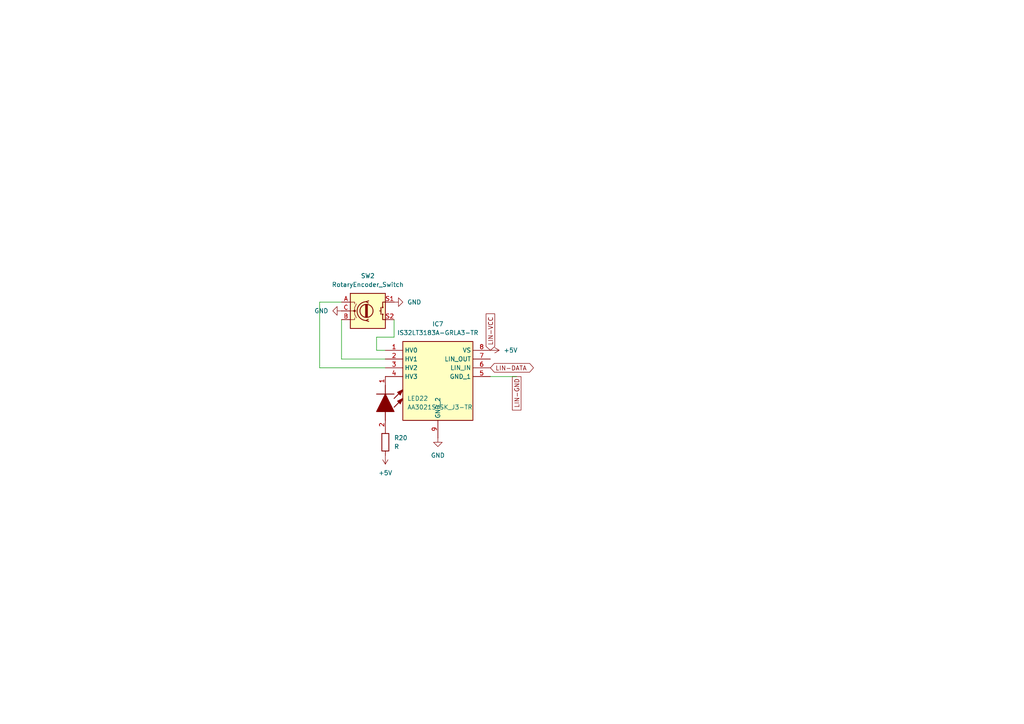
<source format=kicad_sch>
(kicad_sch (version 20250114) (generator "eeschema") (generator_version "9.0")
  (paper "A4")
  (lib_symbols
    (symbol "Device:R" (pin_numbers (hide yes)) (pin_names (offset 0))
      (property "Reference" "R" (at 2.032 0 90))
      (property "Value" "R" (at 0 0 90))
      (symbol "R_0_1"
        (rectangle (start -1.016 -2.54) (end 1.016 2.54) (stroke (width 0.254)))
      )
      (symbol "R_1_1"
        (pin passive line (at 0 3.81 270) (length 1.27) (name "~") (number "1"))
        (pin passive line (at 0 -3.81 90) (length 1.27) (name "~") (number "2"))
      )
    )
    (symbol "Device:RotaryEncoder_Switch" (pin_names (offset 0.254) (hide yes))
      (property "Reference" "SW" (at 0 6.604 0))
      (property "Value" "RotaryEncoder_Switch" (at 0 -6.604 0))
      (symbol "RotaryEncoder_Switch_0_1"
        (rectangle (start -5.08 5.08) (end 5.08 -5.08) (stroke (width 0.254)) (fill (type background)))
        (polyline (pts (xy -5.08 2.54) (xy -3.81 2.54) (xy -3.81 2.032)))
        (polyline (pts (xy -5.08 0) (xy -3.81 0) (xy -3.81 -1.016) (xy -3.302 -2.032)))
        (polyline (pts (xy -5.08 -2.54) (xy -3.81 -2.54) (xy -3.81 -2.032)))
        (polyline (pts (xy -4.318 0) (xy -3.81 0) (xy -3.81 1.016) (xy -3.302 2.032)))
        (circle (center -3.81 0) (radius 0.254) (fill (type outline)))
        (polyline (pts (xy -0.635 -1.778) (xy -0.635 1.778)) (stroke (width 0.254)))
        (circle (center -0.381 0) (radius 1.905) (stroke (width 0.254)))
        (polyline (pts (xy -0.381 -1.778) (xy -0.381 1.778)) (stroke (width 0.254)))
        (arc (start -0.381 -2.794) (mid -3.0988 -0.0635) (end -0.381 2.667) (stroke (width 0.254)))
        (polyline (pts (xy -0.127 1.778) (xy -0.127 -1.778)) (stroke (width 0.254)))
        (polyline (pts (xy 0.254 2.921) (xy -0.508 2.667) (xy 0.127 2.286)) (stroke (width 0.254)))
        (polyline (pts (xy 0.254 -3.048) (xy -0.508 -2.794) (xy 0.127 -2.413)) (stroke (width 0.254)))
        (polyline (pts (xy 3.81 1.016) (xy 3.81 -1.016)) (stroke (width 0.254)))
        (polyline (pts (xy 3.81 0) (xy 3.429 0)) (stroke (width 0.254)))
        (circle (center 4.318 1.016) (radius 0.127) (stroke (width 0.254)))
        (circle (center 4.318 -1.016) (radius 0.127) (stroke (width 0.254)))
        (polyline (pts (xy 5.08 2.54) (xy 4.318 2.54) (xy 4.318 1.016)) (stroke (width 0.254)))
        (polyline (pts (xy 5.08 -2.54) (xy 4.318 -2.54) (xy 4.318 -1.016)) (stroke (width 0.254)))
      )
      (symbol "RotaryEncoder_Switch_1_1"
        (pin passive line (at -7.62 2.54 0) (length 2.54) (name "A") (number "A"))
        (pin passive line (at -7.62 0 0) (length 2.54) (name "C") (number "C"))
        (pin passive line (at -7.62 -2.54 0) (length 2.54) (name "B") (number "B"))
        (pin passive line (at 7.62 2.54 180) (length 2.54) (name "S1") (number "S1"))
        (pin passive line (at 7.62 -2.54 180) (length 2.54) (name "S2") (number "S2"))
      )
    )
    (symbol "SamacSys_Parts:AA3021SYSK_J3-TR" (pin_names (hide yes))
      (property "Reference" "LED" (at 12.7 8.89 0))
      (property "Value" "AA3021SYSK_J3-TR" (at 12.7 6.35 0))
      (symbol "AA3021SYSK_J3-TR_1_1"
        (polyline (pts (xy 2.54 0) (xy 5.08 0)) (stroke (width 0.254)))
        (polyline (pts (xy 5.08 2.54) (xy 5.08 -2.54)) (stroke (width 0.254)))
        (polyline (pts (xy 5.08 0) (xy 10.16 2.54) (xy 10.16 -2.54) (xy 5.08 0)) (stroke (width 0.254)) (fill (type outline)))
        (polyline (pts (xy 5.334 4.318) (xy 4.572 3.556) (xy 3.81 5.08) (xy 5.334 4.318)) (stroke (width 0.254)) (fill (type outline)))
        (polyline (pts (xy 6.35 2.54) (xy 3.81 5.08)) (stroke (width 0.254)))
        (polyline (pts (xy 7.874 4.318) (xy 7.112 3.556) (xy 6.35 5.08) (xy 7.874 4.318)) (stroke (width 0.254)) (fill (type outline)))
        (polyline (pts (xy 8.89 2.54) (xy 6.35 5.08)) (stroke (width 0.254)))
        (polyline (pts (xy 10.16 0) (xy 12.7 0)) (stroke (width 0.254)))
        (pin passive line (at 0 0 0) (length 2.54) (name "K") (number "1"))
        (pin passive line (at 15.24 0 180) (length 2.54) (name "A") (number "2"))
      )
    )
    (symbol "SamacSys_Parts:IS32LT3183A-GRLA3-TR"
      (property "Reference" "IC" (at 26.67 7.62 0))
      (property "Value" "IS32LT3183A-GRLA3-TR" (at 26.67 5.08 0))
      (symbol "IS32LT3183A-GRLA3-TR_1_1"
        (rectangle (start 5.08 2.54) (end 25.4 -20.32) (stroke (width 0.254)) (fill (type background)))
        (pin passive line (at 0 0 0) (length 5.08) (name "HV0") (number "1"))
        (pin passive line (at 0 -2.54 0) (length 5.08) (name "HV1") (number "2"))
        (pin passive line (at 0 -5.08 0) (length 5.08) (name "HV2") (number "3"))
        (pin passive line (at 0 -7.62 0) (length 5.08) (name "HV3") (number "4"))
        (pin passive line (at 15.24 -25.4 90) (length 5.08) (name "GND_2") (number "9"))
        (pin passive line (at 30.48 0 180) (length 5.08) (name "VS") (number "8"))
        (pin passive line (at 30.48 -2.54 180) (length 5.08) (name "LIN_OUT") (number "7"))
        (pin passive line (at 30.48 -5.08 180) (length 5.08) (name "LIN_IN") (number "6"))
        (pin passive line (at 30.48 -7.62 180) (length 5.08) (name "GND_1") (number "5"))
      )
    )
    (symbol "power:+5V" (power) (pin_numbers (hide yes)) (pin_names (offset 0) (hide yes))
      (property "Value" "+5V" (at 0 3.556 0))
      (symbol "+5V_0_1"
        (polyline (pts (xy -0.762 1.27) (xy 0 2.54)))
        (polyline (pts (xy 0 2.54) (xy 0.762 1.27)))
        (polyline (pts (xy 0 0) (xy 0 2.54)))
      )
      (symbol "+5V_1_1"
        (pin power_in line (at 0 0 90) (length 0) (name "~") (number "1"))
      )
    )
    (symbol "power:GND" (power) (pin_numbers (hide yes)) (pin_names (offset 0) (hide yes))
      (property "Value" "GND" (at 0 -3.81 0))
      (symbol "GND_0_1"
        (polyline (pts (xy 0 0) (xy 0 -1.27) (xy 1.27 -1.27) (xy 0 -2.54) (xy -1.27 -1.27) (xy 0 -1.27)))
      )
      (symbol "GND_1_1"
        (pin power_in line (at 0 0 270) (length 0) (name "~") (number "1"))
      )
    )
  )
  (wire (pts (xy 92.71 106.68) (xy 111.76 106.68)))
  (wire (pts (xy 114.3 92.71) (xy 114.3 97.79)))
  (wire (pts (xy 92.71 87.63) (xy 92.71 106.68)))
  (wire (pts (xy 99.06 92.71) (xy 99.06 104.14)))
  (wire (pts (xy 114.3 97.79) (xy 109.22 97.79)))
  (wire (pts (xy 99.06 87.63) (xy 92.71 87.63)))
  (wire (pts (xy 109.22 97.79) (xy 109.22 101.6)))
  (wire (pts (xy 109.22 101.6) (xy 111.76 101.6)))
  (wire (pts (xy 99.06 104.14) (xy 111.76 104.14)))
  (wire (pts (xy 149.86 109.22) (xy 142.24 109.22)))
  (global_label "LIN-DATA" (shape bidirectional) (at 142.24 106.68 0) (property "Intersheetrefs" "${INTERSHEET_REFS}" (effects (hide yes))))
  (global_label "LIN-VCC" (shape input) (at 142.24 101.6 90) (property "Intersheetrefs" "${INTERSHEET_REFS}" (effects (hide yes))))
  (global_label "LIN-GND" (shape passive) (at 149.86 109.22 270) (property "Intersheetrefs" "${INTERSHEET_REFS}" (effects (hide yes))))
  (symbol (lib_id "power:GND") (at 127 127 0) (unit 1)
    (property "Reference" "#PWR016" (effects (hide yes)))
    (property "Value" "GND" (at 127 132.08 0))
    (property "Description" "Power symbol creates a global label with name \"GND\" , ground" (effects (hide yes)))
  )
  (symbol (lib_id "power:+5V") (at 142.24 101.6 270) (unit 1)
    (property "Reference" "#PWR012" (effects (hide yes)))
    (property "Value" "+5V" (at 146.05 101.5999 90) (effects (justify left)))
    (property "Description" "Power symbol creates a global label with name \"+5V\"" (effects (hide yes)))
  )
  (symbol (lib_id "Device:R") (at 111.76 128.27 0) (unit 1)
    (property "Reference" "R20" (at 114.3 126.9999 0) (effects (justify left)))
    (property "Value" "R" (at 114.3 129.5399 0) (effects (justify left)))
    (property "Description" "Resistor" (effects (hide yes)))
  )
  (symbol (lib_id "Device:RotaryEncoder_Switch") (at 106.68 90.17 0) (unit 1)
    (property "Reference" "SW2" (at 106.68 80.01 0))
    (property "Value" "RotaryEncoder_Switch" (at 106.68 82.55 0))
    (property "Description" "Rotary encoder, dual channel, incremental quadrate outputs, with switch" (effects (hide yes)))
  )
  (symbol (lib_id "power:GND") (at 114.3 87.63 90) (unit 1)
    (property "Reference" "#PWR08" (effects (hide yes)))
    (property "Value" "GND" (at 118.11 87.6299 90) (effects (justify right)))
    (property "Description" "Power symbol creates a global label with name \"GND\" , ground" (effects (hide yes)))
  )
  (symbol (lib_id "power:GND") (at 99.06 90.17 270) (unit 1)
    (property "Reference" "#PWR07" (effects (hide yes)))
    (property "Value" "GND" (at 95.25 90.1699 90) (effects (justify right)))
    (property "Description" "Power symbol creates a global label with name \"GND\" , ground" (effects (hide yes)))
  )
  (symbol (lib_id "power:+5V") (at 111.76 132.08 180) (unit 1)
    (property "Reference" "#PWR09" (effects (hide yes)))
    (property "Value" "+5V" (at 111.76 137.16 0))
    (property "Description" "Power symbol creates a global label with name \"+5V\"" (effects (hide yes)))
  )
  (symbol (lib_id "SamacSys_Parts:IS32LT3183A-GRLA3-TR") (at 111.76 101.6 0) (unit 1)
    (property "Reference" "IC7" (at 127 93.98 0))
    (property "Value" "IS32LT3183A-GRLA3-TR" (at 127 96.52 0))
    (property "Footprint" "SOIC127P600X170-9N" (effects (hide yes)))
    (property "Datasheet" "https://www.lumissil.com/assets/pdf/core/IS32LT3183A_DS.pdf" (effects (hide yes)))
    (property "Description" "CI excitador de LED 4 Sada Linear Corrente constante IC, SPI Dimming 60mA 8-SOP-EP" (effects (hide yes)))
    (property "Height" "1.7" (effects (hide yes)))
    (property "Manufacturer_Name" "Lumissil Microsystems" (effects (hide yes)))
    (property "Manufacturer_Part_Number" "IS32LT3183A-GRLA3-TR" (effects (hide yes)))
    (property "Mouser Part Number" "870-32LT3183AGRLA3TR" (effects (hide yes)))
    (property "Mouser Price/Stock" "https://www.mouser.co.uk/ProductDetail/Lumissil/IS32LT3183A-GRLA3-TR?qs=rQFj71Wb1eVHdDxSbYxj3w%3D%3D" (effects (hide yes)))
  )
  (symbol (lib_id "SamacSys_Parts:AA3021SYSK_J3-TR") (at 111.76 109.22 270) (unit 1)
    (property "Reference" "LED22" (at 118.11 115.5699 90) (effects (justify left)))
    (property "Value" "AA3021SYSK_J3-TR" (at 118.11 118.1099 90) (effects (justify left)))
    (property "Footprint" "LEDM3020X150N" (effects (hide yes)))
    (property "Datasheet" "https://www.KingbrightUSA.com/images/catalog/SPEC/AA3021SYSK-J3-TR.pdf" (effects (hide yes)))
    (property "Description" "Standard LEDs - SMD 3.0 X 2.0 MM YELLOW SMD LED" (effects (hide yes)))
    (property "Height" "1.5" (effects (hide yes)))
    (property "Manufacturer_Name" "Kingbright" (effects (hide yes)))
    (property "Manufacturer_Part_Number" "AA3021SYSK/J3-TR" (effects (hide yes)))
    (property "Mouser Part Number" "604-AA3021SYSKJ3TR" (effects (hide yes)))
    (property "Mouser Price/Stock" "https://www.mouser.co.uk/ProductDetail/Kingbright/AA3021SYSK-J3-TR?qs=Rt2YTNbomKjzKhXMN2ecRA%3D%3D" (effects (hide yes)))
  )
)
</source>
